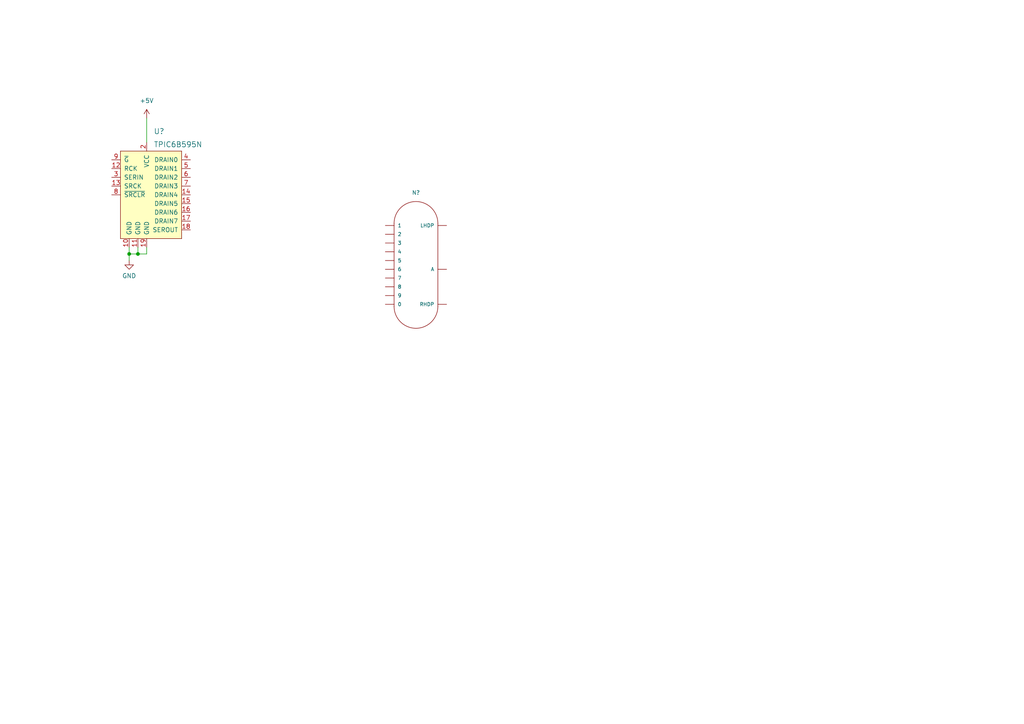
<source format=kicad_sch>
(kicad_sch (version 20211123) (generator eeschema)
  (paper "A4")
  (lib_symbols
    (symbol "dk_Logic-Shift-Registers:TPIC6B595N" (pin_names (offset 1.016))
      (property "Reference" "U" (at -7.7724 1.143 0))
      (property "Value" "TPIC6B595N" (at 0.4572 -26.5938 0))
      (symbol "TPIC6B595N_0_1"
        (rectangle (start -7.62 0) (end 10.16 -25.4) (fill (type background)))
      )
      (symbol "TPIC6B595N_1_1"
        (pin no_connect line (at -7.62 -15.24 0) (length 2.54) hide (name "NC") (number "1"))
        (pin power_in line (at -5.08 -27.94 90) (length 2.54) (name "GND") (number "10"))
        (pin power_in line (at -2.54 -27.94 90) (length 2.54) (name "GND") (number "11"))
        (pin input line (at -10.16 -5.08 0) (length 2.54) (name "RCK") (number "12"))
        (pin input line (at -10.16 -10.16 0) (length 2.54) (name "SRCK") (number "13"))
        (pin output line (at 12.7 -12.7 180) (length 2.54) (name "DRAIN4") (number "14"))
        (pin output line (at 12.7 -15.24 180) (length 2.54) (name "DRAIN5") (number "15"))
        (pin output line (at 12.7 -17.78 180) (length 2.54) (name "DRAIN6") (number "16"))
        (pin output line (at 12.7 -20.32 180) (length 2.54) (name "DRAIN7") (number "17"))
        (pin output line (at 12.7 -22.86 180) (length 2.54) (name "SEROUT") (number "18"))
        (pin power_in line (at 0 -27.94 90) (length 2.54) (name "GND") (number "19"))
        (pin power_in line (at 0 2.54 270) (length 2.54) (name "VCC") (number "2"))
        (pin no_connect line (at -7.62 -17.78 0) (length 2.54) hide (name "NC") (number "20"))
        (pin input line (at -10.16 -7.62 0) (length 2.54) (name "SERIN") (number "3"))
        (pin output line (at 12.7 -2.54 180) (length 2.54) (name "DRAIN0") (number "4"))
        (pin output line (at 12.7 -5.08 180) (length 2.54) (name "DRAIN1") (number "5"))
        (pin output line (at 12.7 -7.62 180) (length 2.54) (name "DRAIN2") (number "6"))
        (pin output line (at 12.7 -10.16 180) (length 2.54) (name "DRAIN3") (number "7"))
        (pin input line (at -10.16 -12.7 0) (length 2.54) (name "~{SRCLR}") (number "8"))
        (pin input line (at -10.16 -2.54 0) (length 2.54) (name "~{G}") (number "9"))
      )
    )
    (symbol "nixies-us:IN-14" (pin_numbers hide) (pin_names (offset 1.016))
      (property "Reference" "N" (at -2.54 18.415 0))
      (symbol "IN-14_1_0"
        (polyline (pts (xy -5.08 -13.335) (xy -5.08 10.795)))
        (polyline (pts (xy 7.62 -13.335) (xy 7.62 10.795)))
      )
      (symbol "IN-14_1_1"
        (arc (start -5.08 -13.335) (mid 1.27 -19.685) (end 7.62 -13.335))
        (arc (start 7.62 10.795) (mid 1.27 17.145) (end -5.08 10.795))
        (pin bidirectional line (at -7.62 -12.7 0) (length 2.54) (name "0") (number "0"))
        (pin bidirectional line (at -7.62 10.16 0) (length 2.54) (name "1") (number "1"))
        (pin bidirectional line (at -7.62 7.62 0) (length 2.54) (name "2") (number "2"))
        (pin bidirectional line (at -7.62 5.08 0) (length 2.54) (name "3") (number "3"))
        (pin bidirectional line (at -7.62 2.54 0) (length 2.54) (name "4") (number "4"))
        (pin bidirectional line (at -7.62 0 0) (length 2.54) (name "5") (number "5"))
        (pin bidirectional line (at -7.62 -2.54 0) (length 2.54) (name "6") (number "6"))
        (pin bidirectional line (at -7.62 -5.08 0) (length 2.54) (name "7") (number "7"))
        (pin bidirectional line (at -7.62 -7.62 0) (length 2.54) (name "8") (number "8"))
        (pin bidirectional line (at -7.62 -10.16 0) (length 2.54) (name "9") (number "9"))
        (pin bidirectional line (at 10.16 -2.54 180) (length 2.54) (name "A") (number "A"))
        (pin bidirectional line (at 10.16 10.16 180) (length 2.54) (name "LHDP") (number "LHDP"))
        (pin bidirectional line (at 10.16 -12.7 180) (length 2.54) (name "RHDP") (number "RHDP"))
      )
    )
    (symbol "power:+5V" (power) (pin_names (offset 0))
      (property "Value" "+5V" (at 0 3.556 0))
      (symbol "+5V_0_1"
        (polyline (pts (xy -0.762 1.27) (xy 0 2.54)))
        (polyline (pts (xy 0 0) (xy 0 2.54)))
        (polyline (pts (xy 0 2.54) (xy 0.762 1.27)))
      )
      (symbol "+5V_1_1"
        (pin power_in line (at 0 0 90) (length 0) hide (name "+5V") (number "1"))
      )
    )
    (symbol "power:GND" (power) (pin_names (offset 0))
      (property "Value" "GND" (at 0 -3.81 0))
      (symbol "GND_0_1"
        (polyline (pts (xy 0 0) (xy 0 -1.27) (xy 1.27 -1.27) (xy 0 -2.54) (xy -1.27 -1.27) (xy 0 -1.27)))
      )
      (symbol "GND_1_1"
        (pin power_in line (at 0 0 270) (length 0) hide (name "GND") (number "1"))
      )
    )
  )
  (junction (at 40.005 73.66))
  (junction (at 37.465 73.66))
  (wire (pts (xy 40.005 71.755) (xy 40.005 73.66)))
  (wire (pts (xy 42.545 71.755) (xy 42.545 73.66)))
  (wire (pts (xy 42.545 34.29) (xy 42.545 41.275)))
  (wire (pts (xy 42.545 73.66) (xy 40.005 73.66)))
  (wire (pts (xy 37.465 71.755) (xy 37.465 73.66)))
  (wire (pts (xy 37.465 73.66) (xy 37.465 75.565)))
  (wire (pts (xy 40.005 73.66) (xy 37.465 73.66)))
  (symbol (lib_id "dk_Logic-Shift-Registers:TPIC6B595N") (at 42.545 43.815 0) (unit 1)
    (property "Reference" "U?" (at 44.5644 38.1 0) (effects (font (size 1.524 1.524)) (justify left)))
    (property "Value" "TPIC6B595N" (at 44.5644 41.91 0) (effects (font (size 1.524 1.524)) (justify left)))
    (property "Footprint" "digikey-footprints:DIP-20_W7.62mm" (effects hide))
    (property "Datasheet" "http://www.ti.com/general/docs/suppproductinfo.tsp?distId=10&gotoUrl=http%3A%2F%2Fwww.ti.com%2Flit%2Fgpn%2Ftpic6b595" (effects hide))
    (property "Digi-Key_PN" "296-1956-5-ND" (effects hide))
    (property "MPN" "TPIC6B595N" (effects hide))
    (property "Category" "Integrated Circuits (ICs)" (effects hide))
    (property "Family" "Logic - Shift Registers" (effects hide))
    (property "DK_Datasheet_Link" "http://www.ti.com/general/docs/suppproductinfo.tsp?distId=10&gotoUrl=http%3A%2F%2Fwww.ti.com%2Flit%2Fgpn%2Ftpic6b595" (effects hide))
    (property "DK_Detail_Page" "/product-detail/en/texas-instruments/TPIC6B595N/296-1956-5-ND/277601" (effects hide))
    (property "Description" "IC PWR 8-BIT SHIFT REGIS 20-DIP" (effects hide))
    (property "Manufacturer" "Texas Instruments" (effects hide))
    (property "Status" "Active" (effects hide))
  )
  (symbol (lib_id "power:GND") (at 37.465 75.565 0) (unit 1)
    (property "Reference" "#PWR?" (effects hide))
    (property "Value" "GND" (at 37.465 80.01 0))
  )
  (symbol (lib_id "power:+5V") (at 42.545 34.29 0) (unit 1)
    (property "Reference" "#PWR?" (effects hide))
    (property "Value" "+5V" (at 42.545 29.21 0))
  )
  (symbol (lib_id "nixies-us:IN-14") (at 119.38 75.565 0) (unit 1)
    (property "Reference" "N?" (at 120.65 55.88 0) (effects (font (size 1.143 1.143))))
    (property "Value" "IN-14" (effects hide))
    (property "Footprint" "nixies-us_IN-14" (effects hide))
  )
)
</source>
